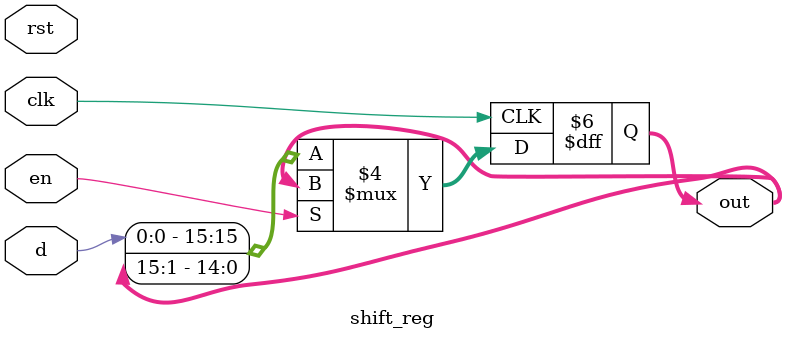
<source format=v>
module shift_reg #(parameter MSB = 16)
	(
		input d, 
		input clk,
		input en,
		input rst,
		output reg [MSB-1:0] out
		);

always @(posedge clk)
begin
	if (~en)
		out <= {d, out[MSB-1:1]};
	else
		out <= out;
end
endmodule // shift_reg
</source>
